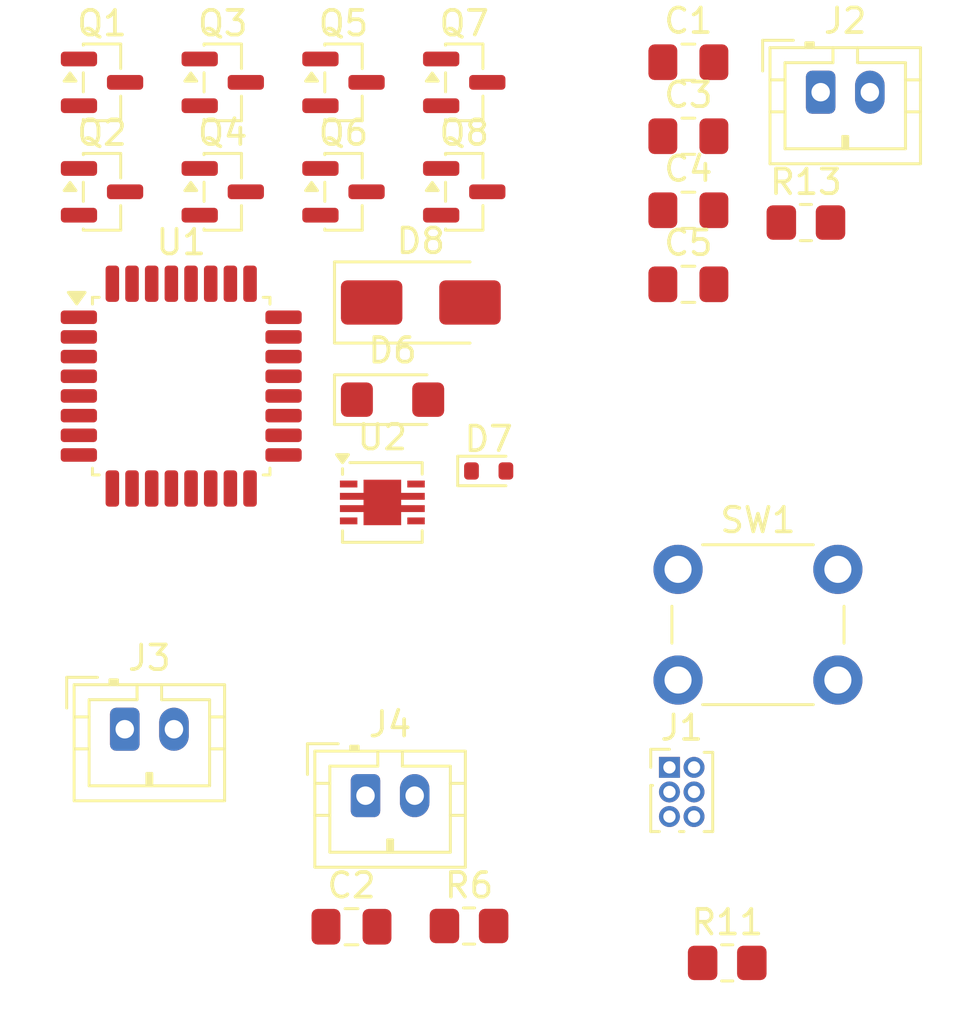
<source format=kicad_pcb>
(kicad_pcb (version 20241229) (generator "pcbnew") (generator_version "9.0")
  (layers (0 "F.Cu" signal) (2 "B.Cu" signal) (13 "F.Paste" user) (15 "B.Paste" user) (5 "F.SilkS" user "F.Silkscreen") (7 "B.SilkS" user "B.Silkscreen") (1 "F.Mask" user) (3 "B.Mask" user) (25 "Edge.Cuts" user))
  (net 0 "")
  (net 1 "+3.3V")
  (net 2 "+12V")
  (net 3 "Net-(D1-K)")
  (net 4 "Net-(Q1-G)")
  (net 5 "Net-(D2-K)")
  (net 6 "Net-(Q2-G)")
  (net 7 "Net-(D3-K)")
  (net 8 "Net-(Q3-G)")
  (net 9 "Net-(D4-K)")
  (net 10 "Net-(Q4-G)")
  (net 11 "Net-(Q5-G)")
  (net 12 "Net-(D5-K)")
  (net 13 "Net-(Q6-G)")
  (net 14 "Net-(D9-K)")
  (net 15 "Net-(D10-K)")
  (net 16 "Net-(Q7-G)")
  (net 17 "Net-(D11-K)")
  (net 18 "Net-(Q8-G)")
  (net 19 "Net-(U1-AREF)")
  (net 20 "/LED2")
  (net 21 "/LED1")
  (net 22 "/MISO")
  (net 24 "/LED4")
  (net 25 "/button2")
  (net 26 "/Headlight_4")
  (net 29 "/Headlight_3")
  (net 30 "/SCL")
  (net 31 "/INT")
  (net 32 "/button1")
  (net 33 "/LED3")
  (net 34 "/MOSI")
  (net 38 "/Headlight_1")
  (net 39 "/SDA")
  (net 42 "/SCK")
  (net 43 "/RESET")
  (net 44 "/Headlight_2")
  (footprint "Capacitor_SMD:C_0805_2012Metric_Pad1.18x1.45mm_HandSolder" (layer "F.Cu") (at 173.42 76.88)
    (property "Reference" "C1" (at 0 -1.68 0) (layer "F.SilkS"))
    (property "Value" "10uF")
    (fp_line (start -0.261252 -0.735) (end 0.261252 -0.735) (stroke (width 0.12)) (layer "F.SilkS"))
    (fp_line (start -0.261252 0.735) (end 0.261252 0.735) (stroke (width 0.12)) (layer "F.SilkS"))
    (pad "1" smd roundrect (at -1.0375 0) (size 1.175 1.45) (layers "F.Cu" "F.Mask" "F.Paste") (roundrect_rratio 0.212766) (net 1 "+3.3V"))
    (pad "2" smd roundrect (at 1.0375 0) (size 1.175 1.45) (layers "F.Cu" "F.Mask" "F.Paste") (roundrect_rratio 0.212766) (net 1 "+3.3V"))
  )
  (footprint "Package_TO_SOT_SMD:SOT-23" (layer "F.Cu") (at 154.485 77.7)
    (property "Reference" "Q3" (at 0 -2.4 0) (layer "F.SilkS"))
    (property "Value" "IRLML2803")
    (fp_line (start -0.76 -1.56) (end 0.76 -1.56) (stroke (width 0.12)) (layer "F.SilkS"))
    (fp_line (start -0.76 -1.51) (end -0.76 -1.56) (stroke (width 0.12)) (layer "F.SilkS"))
    (fp_line (start -0.76 0.39) (end -0.76 -0.39) (stroke (width 0.12)) (layer "F.SilkS"))
    (fp_line (start -0.76 1.56) (end -0.76 1.51) (stroke (width 0.12)) (layer "F.SilkS"))
    (fp_line (start 0.76 -1.56) (end 0.76 -0.56) (stroke (width 0.12)) (layer "F.SilkS"))
    (fp_line (start 0.76 0.56) (end 0.76 1.56) (stroke (width 0.12)) (layer "F.SilkS"))
    (fp_line (start 0.76 1.56) (end -0.76 1.56) (stroke (width 0.12)) (layer "F.SilkS"))
    (fp_poly (pts (xy -1.3 -0.38) (xy -1.06 -0.05) (xy -1.54 -0.05)) (stroke (width 0.12)) (fill yes) (layer "F.SilkS"))
    (pad "1" smd roundrect (at -0.9375 -0.95) (size 1.475 0.6) (layers "F.Cu" "F.Mask" "F.Paste") (net 8 "Net-(Q3-G)"))
    (pad "2" smd roundrect (at -0.9375 0.95) (size 1.475 0.6) (layers "F.Cu" "F.Mask" "F.Paste") (net 1 "+3.3V"))
    (pad "3" smd roundrect (at 0.9375 0) (size 1.475 0.6) (layers "F.Cu" "F.Mask" "F.Paste") (net 7 "Net-(D3-K)"))
  )
  (footprint "Capacitor_SMD:C_0805_2012Metric_Pad1.18x1.45mm_HandSolder" (layer "F.Cu") (at 173.42 82.9)
    (property "Reference" "C4" (at 0 -1.68 0) (layer "F.SilkS"))
    (property "Value" "100u")
    (fp_line (start -0.261252 -0.735) (end 0.261252 -0.735) (stroke (width 0.12)) (layer "F.SilkS"))
    (fp_line (start -0.261252 0.735) (end 0.261252 0.735) (stroke (width 0.12)) (layer "F.SilkS"))
    (pad "1" smd roundrect (at -1.0375 0) (size 1.175 1.45) (layers "F.Cu" "F.Mask" "F.Paste") (roundrect_rratio 0.212766) (net 2 "+12V"))
    (pad "2" smd roundrect (at 1.0375 0) (size 1.175 1.45) (layers "F.Cu" "F.Mask" "F.Paste") (roundrect_rratio 0.212766) (net 1 "+3.3V"))
  )
  (footprint "Package_TO_SOT_SMD:SOT-23" (layer "F.Cu") (at 149.575 82.15)
    (property "Reference" "Q2" (at 0 -2.4 0) (layer "F.SilkS"))
    (property "Value" "IRLML2803")
    (fp_line (start -0.76 -1.56) (end 0.76 -1.56) (stroke (width 0.12)) (layer "F.SilkS"))
    (fp_line (start -0.76 -1.51) (end -0.76 -1.56) (stroke (width 0.12)) (layer "F.SilkS"))
    (fp_line (start -0.76 0.39) (end -0.76 -0.39) (stroke (width 0.12)) (layer "F.SilkS"))
    (fp_line (start -0.76 1.56) (end -0.76 1.51) (stroke (width 0.12)) (layer "F.SilkS"))
    (fp_line (start 0.76 -1.56) (end 0.76 -0.56) (stroke (width 0.12)) (layer "F.SilkS"))
    (fp_line (start 0.76 0.56) (end 0.76 1.56) (stroke (width 0.12)) (layer "F.SilkS"))
    (fp_line (start 0.76 1.56) (end -0.76 1.56) (stroke (width 0.12)) (layer "F.SilkS"))
    (fp_poly (pts (xy -1.3 -0.38) (xy -1.06 -0.05) (xy -1.54 -0.05)) (stroke (width 0.12)) (fill yes) (layer "F.SilkS"))
    (pad "1" smd roundrect (at -0.9375 -0.95) (size 1.475 0.6) (layers "F.Cu" "F.Mask" "F.Paste") (net 6 "Net-(Q2-G)"))
    (pad "2" smd roundrect (at -0.9375 0.95) (size 1.475 0.6) (layers "F.Cu" "F.Mask" "F.Paste") (net 1 "+3.3V"))
    (pad "3" smd roundrect (at 0.9375 0) (size 1.475 0.6) (layers "F.Cu" "F.Mask" "F.Paste") (net 5 "Net-(D2-K)"))
  )
  (footprint "Package_TO_SOT_SMD:SOT-23" (layer "F.Cu") (at 149.575 77.7)
    (property "Reference" "Q1" (at 0 -2.4 0) (layer "F.SilkS"))
    (property "Value" "AO3400A")
    (fp_line (start -0.76 -1.56) (end 0.76 -1.56) (stroke (width 0.12)) (layer "F.SilkS"))
    (fp_line (start -0.76 -1.51) (end -0.76 -1.56) (stroke (width 0.12)) (layer "F.SilkS"))
    (fp_line (start -0.76 0.39) (end -0.76 -0.39) (stroke (width 0.12)) (layer "F.SilkS"))
    (fp_line (start -0.76 1.56) (end -0.76 1.51) (stroke (width 0.12)) (layer "F.SilkS"))
    (fp_line (start 0.76 -1.56) (end 0.76 -0.56) (stroke (width 0.12)) (layer "F.SilkS"))
    (fp_line (start 0.76 0.56) (end 0.76 1.56) (stroke (width 0.12)) (layer "F.SilkS"))
    (fp_line (start 0.76 1.56) (end -0.76 1.56) (stroke (width 0.12)) (layer "F.SilkS"))
    (fp_poly (pts (xy -1.3 -0.38) (xy -1.06 -0.05) (xy -1.54 -0.05)) (stroke (width 0.12)) (fill yes) (layer "F.SilkS"))
    (pad "1" smd roundrect (at -0.9375 -0.95) (size 1.475 0.6) (layers "F.Cu" "F.Mask" "F.Paste") (net 4 "Net-(Q1-G)"))
    (pad "2" smd roundrect (at -0.9375 0.95) (size 1.475 0.6) (layers "F.Cu" "F.Mask" "F.Paste") (net 1 "+3.3V"))
    (pad "3" smd roundrect (at 0.9375 0) (size 1.475 0.6) (layers "F.Cu" "F.Mask" "F.Paste") (net 3 "Net-(D1-K)"))
  )
  (footprint "Capacitor_SMD:C_0805_2012Metric_Pad1.18x1.45mm_HandSolder" (layer "F.Cu") (at 159.72 112.03)
    (property "Reference" "C2" (at 0 -1.68 0) (layer "F.SilkS"))
    (property "Value" "10uF")
    (fp_line (start -0.261252 -0.735) (end 0.261252 -0.735) (stroke (width 0.12)) (layer "F.SilkS"))
    (fp_line (start -0.261252 0.735) (end 0.261252 0.735) (stroke (width 0.12)) (layer "F.SilkS"))
    (pad "1" smd roundrect (at -1.0375 0) (size 1.175 1.45) (layers "F.Cu" "F.Mask" "F.Paste") (roundrect_rratio 0.212766) (net 1 "+3.3V"))
    (pad "2" smd roundrect (at 1.0375 0) (size 1.175 1.45) (layers "F.Cu" "F.Mask" "F.Paste") (roundrect_rratio 0.212766) (net 1 "+3.3V"))
  )
  (footprint "Button_Switch_THT:SW_PUSH_6mm" (layer "F.Cu") (at 173 97.5)
    (property "Reference" "SW1" (at 3.25 -2 0) (layer "F.SilkS"))
    (property "Value" "SW_Push")
    (fp_line (start -0.25 1.5) (end -0.25 3) (stroke (width 0.12)) (layer "F.SilkS"))
    (fp_line (start 1 5.5) (end 5.5 5.5) (stroke (width 0.12)) (layer "F.SilkS"))
    (fp_line (start 5.5 -1) (end 1 -1) (stroke (width 0.12)) (layer "F.SilkS"))
    (fp_line (start 6.75 3) (end 6.75 1.5) (stroke (width 0.12)) (layer "F.SilkS"))
    (pad "1" thru_hole circle (at 0 0 90) (size 2 2) (drill 1.1) (layers "*.Cu" "*.Mask") (net 43 "/RESET"))
    (pad "1" thru_hole circle (at 6.5 0 90) (size 2 2) (drill 1.1) (layers "*.Cu" "*.Mask") (net 43 "/RESET"))
    (pad "2" thru_hole circle (at 0 4.5 90) (size 2 2) (drill 1.1) (layers "*.Cu" "*.Mask") (net 1 "+3.3V"))
    (pad "2" thru_hole circle (at 6.5 4.5 90) (size 2 2) (drill 1.1) (layers "*.Cu" "*.Mask") (net 1 "+3.3V"))
  )
  (footprint "Package_TO_SOT_SMD:SOT-23" (layer "F.Cu") (at 154.485 82.15)
    (property "Reference" "Q4" (at 0 -2.4 0) (layer "F.SilkS"))
    (property "Value" "IRLML2803")
    (fp_line (start -0.76 -1.56) (end 0.76 -1.56) (stroke (width 0.12)) (layer "F.SilkS"))
    (fp_line (start -0.76 -1.51) (end -0.76 -1.56) (stroke (width 0.12)) (layer "F.SilkS"))
    (fp_line (start -0.76 0.39) (end -0.76 -0.39) (stroke (width 0.12)) (layer "F.SilkS"))
    (fp_line (start -0.76 1.56) (end -0.76 1.51) (stroke (width 0.12)) (layer "F.SilkS"))
    (fp_line (start 0.76 -1.56) (end 0.76 -0.56) (stroke (width 0.12)) (layer "F.SilkS"))
    (fp_line (start 0.76 0.56) (end 0.76 1.56) (stroke (width 0.12)) (layer "F.SilkS"))
    (fp_line (start 0.76 1.56) (end -0.76 1.56) (stroke (width 0.12)) (layer "F.SilkS"))
    (fp_poly (pts (xy -1.3 -0.38) (xy -1.06 -0.05) (xy -1.54 -0.05)) (stroke (width 0.12)) (fill yes) (layer "F.SilkS"))
    (pad "1" smd roundrect (at -0.9375 -0.95) (size 1.475 0.6) (layers "F.Cu" "F.Mask" "F.Paste") (net 10 "Net-(Q4-G)"))
    (pad "2" smd roundrect (at -0.9375 0.95) (size 1.475 0.6) (layers "F.Cu" "F.Mask" "F.Paste") (net 1 "+3.3V"))
    (pad "3" smd roundrect (at 0.9375 0) (size 1.475 0.6) (layers "F.Cu" "F.Mask" "F.Paste") (net 9 "Net-(D4-K)"))
  )
  (footprint "Resistor_SMD:R_0805_2012Metric_Pad1.20x1.40mm_HandSolder" (layer "F.Cu") (at 178.2 83.4)
    (property "Reference" "R13" (at 0 -1.65 0) (layer "F.SilkS"))
    (property "Value" "100")
    (fp_line (start -0.227064 -0.735) (end 0.227064 -0.735) (stroke (width 0.12)) (layer "F.SilkS"))
    (fp_line (start -0.227064 0.735) (end 0.227064 0.735) (stroke (width 0.12)) (layer "F.SilkS"))
    (pad "1" smd roundrect (at -1 0) (size 1.2 1.4) (layers "F.Cu" "F.Mask" "F.Paste") (roundrect_rratio 0.208333) (net 26 "/Headlight_4"))
    (pad "2" smd roundrect (at 1 0) (size 1.2 1.4) (layers "F.Cu" "F.Mask" "F.Paste") (roundrect_rratio 0.208333) (net 18 "Net-(Q8-G)"))
  )
  (footprint "Diode_SMD:D_SOD-523" (layer "F.Cu") (at 165.3 93.5)
    (property "Reference" "D7" (at 0 -1.3 0) (layer "F.SilkS"))
    (property "Value" "ESD5Zxx")
    (fp_line (start -1.26 -0.6) (end -1.26 0.6) (stroke (width 0.12)) (layer "F.SilkS"))
    (fp_line (start 0.7 -0.6) (end -1.26 -0.6) (stroke (width 0.12)) (layer "F.SilkS"))
    (fp_line (start 0.7 0.6) (end -1.26 0.6) (stroke (width 0.12)) (layer "F.SilkS"))
    (pad "1" smd roundrect (at -0.7 0 180) (size 0.6 0.7) (layers "F.Cu" "F.Mask" "F.Paste") (net 2 "+12V"))
    (pad "2" smd roundrect (at 0.7 0 180) (size 0.6 0.7) (layers "F.Cu" "F.Mask" "F.Paste") (net 1 "+3.3V"))
  )
  (footprint "Package_TO_SOT_SMD:SOT-23" (layer "F.Cu") (at 164.305 82.15)
    (property "Reference" "Q8" (at 0 -2.4 0) (layer "F.SilkS"))
    (property "Value" "AO3400A")
    (fp_line (start -0.76 -1.56) (end 0.76 -1.56) (stroke (width 0.12)) (layer "F.SilkS"))
    (fp_line (start -0.76 -1.51) (end -0.76 -1.56) (stroke (width 0.12)) (layer "F.SilkS"))
    (fp_line (start -0.76 0.39) (end -0.76 -0.39) (stroke (width 0.12)) (layer "F.SilkS"))
    (fp_line (start -0.76 1.56) (end -0.76 1.51) (stroke (width 0.12)) (layer "F.SilkS"))
    (fp_line (start 0.76 -1.56) (end 0.76 -0.56) (stroke (width 0.12)) (layer "F.SilkS"))
    (fp_line (start 0.76 0.56) (end 0.76 1.56) (stroke (width 0.12)) (layer "F.SilkS"))
    (fp_line (start 0.76 1.56) (end -0.76 1.56) (stroke (width 0.12)) (layer "F.SilkS"))
    (fp_poly (pts (xy -1.3 -0.38) (xy -1.06 -0.05) (xy -1.54 -0.05)) (stroke (width 0.12)) (fill yes) (layer "F.SilkS"))
    (pad "1" smd roundrect (at -0.9375 -0.95) (size 1.475 0.6) (layers "F.Cu" "F.Mask" "F.Paste") (net 18 "Net-(Q8-G)"))
    (pad "2" smd roundrect (at -0.9375 0.95) (size 1.475 0.6) (layers "F.Cu" "F.Mask" "F.Paste") (net 1 "+3.3V"))
    (pad "3" smd roundrect (at 0.9375 0) (size 1.475 0.6) (layers "F.Cu" "F.Mask" "F.Paste") (net 17 "Net-(D11-K)"))
  )
  (footprint "Connector_JST:JST_PH_B2B-PH-K_1x02_P2.00mm_Vertical" (layer "F.Cu") (at 160.29 106.7)
    (property "Reference" "J4" (at 1 -2.9 0) (layer "F.SilkS"))
    (property "Value" "Conn_01x02")
    (fp_line (start -2.36 -2.11) (end -2.36 -0.86) (stroke (width 0.12)) (layer "F.SilkS"))
    (fp_line (start -2.06 -1.81) (end -2.06 2.91) (stroke (width 0.12)) (layer "F.SilkS"))
    (fp_line (start -2.06 -0.5) (end -1.45 -0.5) (stroke (width 0.12)) (layer "F.SilkS"))
    (fp_line (start -2.06 0.8) (end -1.45 0.8) (stroke (width 0.12)) (layer "F.SilkS"))
    (fp_line (start -2.06 2.91) (end 4.06 2.91) (stroke (width 0.12)) (layer "F.SilkS"))
    (fp_line (start -1.45 -1.2) (end -1.45 2.3) (stroke (width 0.12)) (layer "F.SilkS"))
    (fp_line (start -1.45 2.3) (end 3.45 2.3) (stroke (width 0.12)) (layer "F.SilkS"))
    (fp_line (start -1.11 -2.11) (end -2.36 -2.11) (stroke (width 0.12)) (layer "F.SilkS"))
    (fp_line (start -0.6 -2.01) (end -0.6 -1.81) (stroke (width 0.12)) (layer "F.SilkS"))
    (fp_line (start -0.3 -2.01) (end -0.6 -2.01) (stroke (width 0.12)) (layer "F.SilkS"))
    (fp_line (start -0.3 -1.91) (end -0.6 -1.91) (stroke (width 0.12)) (layer "F.SilkS"))
    (fp_line (start -0.3 -1.81) (end -0.3 -2.01) (stroke (width 0.12)) (layer "F.SilkS"))
    (fp_line (start 0.5 -1.81) (end 0.5 -1.2) (stroke (width 0.12)) (layer "F.SilkS"))
    (fp_line (start 0.5 -1.2) (end -1.45 -1.2) (stroke (width 0.12)) (layer "F.SilkS"))
    (fp_line (start 0.9 1.8) (end 1.1 1.8) (stroke (width 0.12)) (layer "F.SilkS"))
    (fp_line (start 0.9 2.3) (end 0.9 1.8) (stroke (width 0.12)) (layer "F.SilkS"))
    (fp_line (start 1 2.3) (end 1 1.8) (stroke (width 0.12)) (layer "F.SilkS"))
    (fp_line (start 1.1 1.8) (end 1.1 2.3) (stroke (width 0.12)) (layer "F.SilkS"))
    (fp_line (start 1.5 -1.2) (end 1.5 -1.81) (stroke (width 0.12)) (layer "F.SilkS"))
    (fp_line (start 3.45 -1.2) (end 1.5 -1.2) (stroke (width 0.12)) (layer "F.SilkS"))
    (fp_line (start 3.45 2.3) (end 3.45 -1.2) (stroke (width 0.12)) (layer "F.SilkS"))
    (fp_line (start 4.06 -1.81) (end -2.06 -1.81) (stroke (width 0.12)) (layer "F.SilkS"))
    (fp_line (start 4.06 -0.5) (end 3.45 -0.5) (stroke (width 0.12)) (layer "F.SilkS"))
    (fp_line (start 4.06 0.8) (end 3.45 0.8) (stroke (width 0.12)) (layer "F.SilkS"))
    (fp_line (start 4.06 2.91) (end 4.06 -1.81) (stroke (width 0.12)) (layer "F.SilkS"))
    (pad "1" thru_hole roundrect (at 0 0) (size 1.2 1.75) (drill 0.75) (layers "*.Cu" "*.Mask") (roundrect_rratio 0.208333) (net 1 "+3.3V"))
    (pad "2" thru_hole oval (at 2 0) (size 1.2 1.75) (drill 0.75) (layers "*.Cu" "*.Mask") (net 1 "+3.3V"))
  )
  (footprint "Package_CSP:Analog_LFCSP-8-1EP_3x3mm_P0.5mm_EP1.53x1.85mm" (layer "F.Cu") (at 160.975 94.78)
    (property "Reference" "U2" (at 0 -2.65 0) (layer "F.SilkS"))
    (property "Value" "ADXL345")
    (fp_line (start -1.62 -1.14) (end -1.62 -1.375) (stroke (width 0.12)) (layer "F.SilkS"))
    (fp_line (start -1.62 1.62) (end -1.62 1.15) (stroke (width 0.12)) (layer "F.SilkS"))
    (fp_line (start 1.62 -1.62) (end -1.32 -1.62) (stroke (width 0.12)) (layer "F.SilkS"))
    (fp_line (start 1.62 -1.62) (end 1.62 -1.15) (stroke (width 0.12)) (layer "F.SilkS"))
    (fp_line (start 1.62 1.15) (end 1.62 1.62) (stroke (width 0.12)) (layer "F.SilkS"))
    (fp_line (start 1.62 1.62) (end -1.62 1.62) (stroke (width 0.12)) (layer "F.SilkS"))
    (fp_poly (pts (xy -1.62 -1.615) (xy -1.86 -1.945) (xy -1.38 -1.945) (xy -1.62 -1.615)) (stroke (width 0.12)) (fill yes) (layer "F.SilkS"))
    (pad "1" smd rect (at -1.37 -0.75) (size 0.71 0.28) (layers "F.Cu" "F.Mask" "F.Paste") (net 1 "+3.3V"))
    (pad "2" smd rect (at 0 -0.25) (size 3.45 0.28) (layers "F.Cu") (net 1 "+3.3V"))
    (pad "2" smd rect (at 0 0) (size 1.53 1.85) (layers "F.Cu" "F.Mask") (net 1 "+3.3V"))
    (pad "2" smd rect (at 0 0.25) (size 3.45 0.28) (layers "F.Cu") (net 1 "+3.3V"))
    (pad "4" smd rect (at -1.37 0.75) (size 0.71 0.28) (layers "F.Cu" "F.Mask" "F.Paste") (net 1 "+3.3V"))
    (pad "5" smd rect (at 1.37 0.75) (size 0.71 0.28) (layers "F.Cu" "F.Mask" "F.Paste") (net 1 "+3.3V"))
    (pad "8" smd rect (at 1.37 -0.75) (size 0.71 0.28) (layers "F.Cu" "F.Mask" "F.Paste") (net 31 "/INT"))
  )
  (footprint "Connector_PinHeader_1.00mm:PinHeader_2x03_P1.00mm_Vertical" (layer "F.Cu") (at 172.65 105.55)
    (property "Reference" "J1" (at 0.5 -1.61 0) (layer "F.SilkS"))
    (property "Value" "AVR-ISP-6")
    (fp_line (start -0.76 -0.735) (end 0 -0.735) (stroke (width 0.12)) (layer "F.SilkS"))
    (fp_line (start -0.76 0) (end -0.76 -0.735) (stroke (width 0.12)) (layer "F.SilkS"))
    (fp_line (start -0.76 0.735) (end -0.76 2.61) (stroke (width 0.12)) (layer "F.SilkS"))
    (fp_line (start -0.76 0.735) (end -0.685565 0.735) (stroke (width 0.12)) (layer "F.SilkS"))
    (fp_line (start -0.76 2.61) (end -0.41003 2.61) (stroke (width 0.12)) (layer "F.SilkS"))
    (fp_line (start 0.41003 2.61) (end 0.58997 2.61) (stroke (width 0.12)) (layer "F.SilkS"))
    (fp_line (start 1.41003 -0.61) (end 1.76 -0.61) (stroke (width 0.12)) (layer "F.SilkS"))
    (fp_line (start 1.41003 2.61) (end 1.76 2.61) (stroke (width 0.12)) (layer "F.SilkS"))
    (fp_line (start 1.76 -0.61) (end 1.76 2.61) (stroke (width 0.12)) (layer "F.SilkS"))
    (pad "1" thru_hole rect (at 0 0) (size 0.85 0.85) (drill 0.5) (layers "*.Cu" "*.Mask") (net 22 "/MISO"))
    (pad "2" thru_hole circle (at 1 0) (size 0.85 0.85) (drill 0.5) (layers "*.Cu" "*.Mask") (net 1 "+3.3V"))
    (pad "3" thru_hole circle (at 0 1) (size 0.85 0.85) (drill 0.5) (layers "*.Cu" "*.Mask") (net 42 "/SCK"))
    (pad "4" thru_hole circle (at 1 1) (size 0.85 0.85) (drill 0.5) (layers "*.Cu" "*.Mask") (net 34 "/MOSI"))
    (pad "5" thru_hole circle (at 0 2) (size 0.85 0.85) (drill 0.5) (layers "*.Cu" "*.Mask") (net 43 "/RESET"))
    (pad "6" thru_hole circle (at 1 2) (size 0.85 0.85) (drill 0.5) (layers "*.Cu" "*.Mask") (net 1 "+3.3V"))
  )
  (footprint "Capacitor_SMD:C_0805_2012Metric_Pad1.18x1.45mm_HandSolder" (layer "F.Cu") (at 173.42 85.91)
    (property "Reference" "C5" (at 0 -1.68 0) (layer "F.SilkS"))
    (property "Value" "10u")
    (fp_line (start -0.261252 -0.735) (end 0.261252 -0.735) (stroke (width 0.12)) (layer "F.SilkS"))
    (fp_line (start -0.261252 0.735) (end 0.261252 0.735) (stroke (width 0.12)) (layer "F.SilkS"))
    (pad "1" smd roundrect (at -1.0375 0) (size 1.175 1.45) (layers "F.Cu" "F.Mask" "F.Paste") (roundrect_rratio 0.212766) (net 1 "+3.3V"))
    (pad "2" smd roundrect (at 1.0375 0) (size 1.175 1.45) (layers "F.Cu" "F.Mask" "F.Paste") (roundrect_rratio 0.212766) (net 1 "+3.3V"))
  )
  (footprint "Package_TO_SOT_SMD:SOT-23" (layer "F.Cu") (at 164.305 77.7)
    (property "Reference" "Q7" (at 0 -2.4 0) (layer "F.SilkS"))
    (property "Value" "AO3400A")
    (fp_line (start -0.76 -1.56) (end 0.76 -1.56) (stroke (width 0.12)) (layer "F.SilkS"))
    (fp_line (start -0.76 -1.51) (end -0.76 -1.56) (stroke (width 0.12)) (layer "F.SilkS"))
    (fp_line (start -0.76 0.39) (end -0.76 -0.39) (stroke (width 0.12)) (layer "F.SilkS"))
    (fp_line (start -0.76 1.56) (end -0.76 1.51) (stroke (width 0.12)) (layer "F.SilkS"))
    (fp_line (start 0.76 -1.56) (end 0.76 -0.56) (stroke (width 0.12)) (layer "F.SilkS"))
    (fp_line (start 0.76 0.56) (end 0.76 1.56) (stroke (width 0.12)) (layer "F.SilkS"))
    (fp_line (start 0.76 1.56) (end -0.76 1.56) (stroke (width 0.12)) (layer "F.SilkS"))
    (fp_poly (pts (xy -1.3 -0.38) (xy -1.06 -0.05) (xy -1.54 -0.05)) (stroke (width 0.12)) (fill yes) (layer "F.SilkS"))
    (pad "1" smd roundrect (at -0.9375 -0.95) (size 1.475 0.6) (layers "F.Cu" "F.Mask" "F.Paste") (net 16 "Net-(Q7-G)"))
    (pad "2" smd roundrect (at -0.9375 0.95) (size 1.475 0.6) (layers "F.Cu" "F.Mask" "F.Paste") (net 1 "+3.3V"))
    (pad "3" smd roundrect (at 0.9375 0) (size 1.475 0.6) (layers "F.Cu" "F.Mask" "F.Paste") (net 15 "Net-(D10-K)"))
  )
  (footprint "Diode_SMD:D_SMF" (layer "F.Cu") (at 161.39 90.6)
    (property "Reference" "D6" (at 0 -2 0) (layer "F.SilkS"))
    (property "Value" "SMF5V0A")
    (fp_line (start -2.36 -1.01) (end -2.36 1.01) (stroke (width 0.12)) (layer "F.SilkS"))
    (fp_line (start -2.36 -1.01) (end 1.4 -1.01) (stroke (width 0.12)) (layer "F.SilkS"))
    (fp_line (start -2.36 1.01) (end 1.4 1.01) (stroke (width 0.12)) (layer "F.SilkS"))
    (pad "1" smd roundrect (at -1.45 0) (size 1.3 1.4) (layers "F.Cu" "F.Mask" "F.Paste") (roundrect_rratio 0.1923076923) (net 1 "+3.3V"))
    (pad "2" smd roundrect (at 1.45 0) (size 1.3 1.4) (layers "F.Cu" "F.Mask" "F.Paste") (roundrect_rratio 0.1923076923) (net 2 "+12V"))
  )
  (footprint "Diode_SMD:D_SMA" (layer "F.Cu") (at 162.54 86.65)
    (property "Reference" "D8" (at 0 -2.5 0) (layer "F.SilkS"))
    (property "Value" "SMAJ15A")
    (fp_line (start -3.51 -1.65) (end -3.51 1.65) (stroke (width 0.12)) (layer "F.SilkS"))
    (fp_line (start -3.51 -1.65) (end 2 -1.65) (stroke (width 0.12)) (layer "F.SilkS"))
    (fp_line (start -3.51 1.65) (end 2 1.65) (stroke (width 0.12)) (layer "F.SilkS"))
    (pad "1" smd roundrect (at -2 0) (size 2.5 1.8) (layers "F.Cu" "F.Mask" "F.Paste") (roundrect_rratio 0.1388888889) (net 2 "+12V"))
    (pad "2" smd roundrect (at 2 0) (size 2.5 1.8) (layers "F.Cu" "F.Mask" "F.Paste") (roundrect_rratio 0.1388888889) (net 1 "+3.3V"))
  )
  (footprint "Resistor_SMD:R_0805_2012Metric_Pad1.20x1.40mm_HandSolder" (layer "F.Cu") (at 164.5 112)
    (property "Reference" "R6" (at 0 -1.65 0) (layer "F.SilkS"))
    (property "Value" "10K")
    (fp_line (start -0.227064 -0.735) (end 0.227064 -0.735) (stroke (width 0.12)) (layer "F.SilkS"))
    (fp_line (start -0.227064 0.735) (end 0.227064 0.735) (stroke (width 0.12)) (layer "F.SilkS"))
    (pad "1" smd roundrect (at -1 0) (size 1.2 1.4) (layers "F.Cu" "F.Mask" "F.Paste") (roundrect_rratio 0.208333) (net 43 "/RESET"))
    (pad "2" smd roundrect (at 1 0) (size 1.2 1.4) (layers "F.Cu" "F.Mask" "F.Paste") (roundrect_rratio 0.208333) (net 1 "+3.3V"))
  )
  (footprint "Package_TO_SOT_SMD:SOT-23" (layer "F.Cu") (at 159.395 82.15)
    (property "Reference" "Q6" (at 0 -2.4 0) (layer "F.SilkS"))
    (property "Value" "AO3400A")
    (fp_line (start -0.76 -1.56) (end 0.76 -1.56) (stroke (width 0.12)) (layer "F.SilkS"))
    (fp_line (start -0.76 -1.51) (end -0.76 -1.56) (stroke (width 0.12)) (layer "F.SilkS"))
    (fp_line (start -0.76 0.39) (end -0.76 -0.39) (stroke (width 0.12)) (layer "F.SilkS"))
    (fp_line (start -0.76 1.56) (end -0.76 1.51) (stroke (width 0.12)) (layer "F.SilkS"))
    (fp_line (start 0.76 -1.56) (end 0.76 -0.56) (stroke (width 0.12)) (layer "F.SilkS"))
    (fp_line (start 0.76 0.56) (end 0.76 1.56) (stroke (width 0.12)) (layer "F.SilkS"))
    (fp_line (start 0.76 1.56) (end -0.76 1.56) (stroke (width 0.12)) (layer "F.SilkS"))
    (fp_poly (pts (xy -1.3 -0.38) (xy -1.06 -0.05) (xy -1.54 -0.05)) (stroke (width 0.12)) (fill yes) (layer "F.SilkS"))
    (pad "1" smd roundrect (at -0.9375 -0.95) (size 1.475 0.6) (layers "F.Cu" "F.Mask" "F.Paste") (net 13 "Net-(Q6-G)"))
    (pad "2" smd roundrect (at -0.9375 0.95) (size 1.475 0.6) (layers "F.Cu" "F.Mask" "F.Paste") (net 1 "+3.3V"))
    (pad "3" smd roundrect (at 0.9375 0) (size 1.475 0.6) (layers "F.Cu" "F.Mask" "F.Paste") (net 14 "Net-(D9-K)"))
  )
  (footprint "Package_QFP:TQFP-32_7x7mm_P0.8mm" (layer "F.Cu") (at 152.795 90.05)
    (property "Reference" "U1" (at 0 -5.85 0) (layer "F.SilkS"))
    (property "Value" "ATmega328P-A")
    (fp_line (start -3.61 -3.61) (end -3.335 -3.61) (stroke (width 0.12)) (layer "F.SilkS"))
    (fp_line (start -3.61 -3.335) (end -3.61 -3.61) (stroke (width 0.12)) (layer "F.SilkS"))
    (fp_line (start -3.61 3.61) (end -3.61 3.335) (stroke (width 0.12)) (layer "F.SilkS"))
    (fp_line (start -3.335 3.61) (end -3.61 3.61) (stroke (width 0.12)) (layer "F.SilkS"))
    (fp_line (start 3.335 -3.61) (end 3.61 -3.61) (stroke (width 0.12)) (layer "F.SilkS"))
    (fp_line (start 3.61 -3.61) (end 3.61 -3.335) (stroke (width 0.12)) (layer "F.SilkS"))
    (fp_line (start 3.61 3.335) (end 3.61 3.61) (stroke (width 0.12)) (layer "F.SilkS"))
    (fp_line (start 3.61 3.61) (end 3.335 3.61) (stroke (width 0.12)) (layer "F.SilkS"))
    (fp_poly (pts (xy -4.25 -3.34) (xy -4.59 -3.81) (xy -3.91 -3.81)) (stroke (width 0.12)) (fill yes) (layer "F.SilkS"))
    (pad "1" smd roundrect (at -4.1625 -2.8) (size 1.475 0.55) (layers "F.Cu" "F.Mask" "F.Paste") (net 21 "/LED1"))
    (pad "2" smd roundrect (at -4.1625 -2) (size 1.475 0.55) (layers "F.Cu" "F.Mask" "F.Paste") (net 20 "/LED2"))
    (pad "3" smd roundrect (at -4.1625 -1.2) (size 1.475 0.55) (layers "F.Cu" "F.Mask" "F.Paste") (net 1 "+3.3V"))
    (pad "4" smd roundrect (at -4.1625 -0.4) (size 1.475 0.55) (layers "F.Cu" "F.Mask" "F.Paste") (net 1 "+3.3V"))
    (pad "5" smd roundrect (at -4.1625 0.4) (size 1.475 0.55) (layers "F.Cu" "F.Mask" "F.Paste") (net 1 "+3.3V"))
    (pad "6" smd roundrect (at -4.1625 1.2) (size 1.475 0.55) (layers "F.Cu" "F.Mask" "F.Paste") (net 1 "+3.3V"))
    (pad "7" smd roundrect (at -4.1625 2) (size 1.475 0.55) (layers "F.Cu" "F.Mask" "F.Paste"))
    (pad "8" smd roundrect (at -4.1625 2.8) (size 1.475 0.55) (layers "F.Cu" "F.Mask" "F.Paste"))
    (pad "9" smd roundrect (at -2.8 4.1625) (size 0.55 1.475) (layers "F.Cu" "F.Mask" "F.Paste") (net 33 "/LED3"))
    (pad "10" smd roundrect (at -2 4.1625) (size 0.55 1.475) (layers "F.Cu" "F.Mask" "F.Paste") (net 24 "/LED4"))
    (pad "11" smd roundrect (at -1.2 4.1625) (size 0.55 1.475) (layers "F.Cu" "F.Mask" "F.Paste") (net 32 "/button1"))
    (pad "12" smd roundrect (at -0.4 4.1625) (size 0.55 1.475) (layers "F.Cu" "F.Mask" "F.Paste"))
    (pad "13" smd roundrect (at 0.4 4.1625) (size 0.55 1.475) (layers "F.Cu" "F.Mask" "F.Paste") (net 25 "/button2"))
    (pad "14" smd roundrect (at 1.2 4.1625) (size 0.55 1.475) (layers "F.Cu" "F.Mask" "F.Paste"))
    (pad "15" smd roundrect (at 2 4.1625) (size 0.55 1.475) (layers "F.Cu" "F.Mask" "F.Paste") (net 34 "/MOSI"))
    (pad "16" smd roundrect (at 2.8 4.1625) (size 0.55 1.475) (layers "F.Cu" "F.Mask" "F.Paste") (net 22 "/MISO"))
    (pad "17" smd roundrect (at 4.1625 2.8) (size 1.475 0.55) (layers "F.Cu" "F.Mask" "F.Paste") (net 42 "/SCK"))
    (pad "18" smd roundrect (at 4.1625 2) (size 1.475 0.55) (layers "F.Cu" "F.Mask" "F.Paste") (net 1 "+3.3V"))
    (pad "19" smd roundrect (at 4.1625 1.2) (size 1.475 0.55) (layers "F.Cu" "F.Mask" "F.Paste"))
    (pad "20" smd roundrect (at 4.1625 0.4) (size 1.475 0.55) (layers "F.Cu" "F.Mask" "F.Paste") (net 19 "Net-(U1-AREF)"))
    (pad "21" smd roundrect (at 4.1625 -0.4) (size 1.475 0.55) (layers "F.Cu" "F.Mask" "F.Paste") (net 1 "+3.3V"))
    (pad "22" smd roundrect (at 4.1625 -1.2) (size 1.475 0.55) (layers "F.Cu" "F.Mask" "F.Paste"))
    (pad "23" smd roundrect (at 4.1625 -2) (size 1.475 0.55) (layers "F.Cu" "F.Mask" "F.Paste") (net 38 "/Headlight_1"))
    (pad "24" smd roundrect (at 4.1625 -2.8) (size 1.475 0.55) (layers "F.Cu" "F.Mask" "F.Paste") (net 44 "/Headlight_2"))
    (pad "25" smd roundrect (at 2.8 -4.1625) (size 0.55 1.475) (layers "F.Cu" "F.Mask" "F.Paste") (net 29 "/Headlight_3"))
    (pad "26" smd roundrect (at 2 -4.1625) (size 0.55 1.475) (layers "F.Cu" "F.Mask" "F.Paste") (net 26 "/Headlight_4"))
    (pad "27" smd roundrect (at 1.2 -4.1625) (size 0.55 1.475) (layers "F.Cu" "F.Mask" "F.Paste") (net 39 "/SDA"))
    (pad "28" smd roundrect (at 0.4 -4.1625) (size 0.55 1.475) (layers "F.Cu" "F.Mask" "F.Paste") (net 30 "/SCL"))
    (pad "29" smd roundrect (at -0.4 -4.1625) (size 0.55 1.475) (layers "F.Cu" "F.Mask" "F.Paste") (net 43 "/RESET"))
    (pad "30" smd roundrect (at -1.2 -4.1625) (size 0.55 1.475) (layers "F.Cu" "F.Mask" "F.Paste"))
    (pad "31" smd roundrect (at -2 -4.1625) (size 0.55 1.475) (layers "F.Cu" "F.Mask" "F.Paste"))
    (pad "32" smd roundrect (at -2.8 -4.1625) (size 0.55 1.475) (layers "F.Cu" "F.Mask" "F.Paste") (net 31 "/INT"))
  )
  (footprint "Connector_JST:JST_PH_B2B-PH-K_1x02_P2.00mm_Vertical" (layer "F.Cu") (at 150.5 104)
    (property "Reference" "J3" (at 1 -2.9 0) (layer "F.SilkS"))
    (property "Value" "Conn_01x02")
    (fp_line (start -2.36 -2.11) (end -2.36 -0.86) (stroke (width 0.12)) (layer "F.SilkS"))
    (fp_line (start -2.06 -1.81) (end -2.06 2.91) (stroke (width 0.12)) (layer "F.SilkS"))
    (fp_line (start -2.06 -0.5) (end -1.45 -0.5) (stroke (width 0.12)) (layer "F.SilkS"))
    (fp_line (start -2.06 0.8) (end -1.45 0.8) (stroke (width 0.12)) (layer "F.SilkS"))
    (fp_line (start -2.06 2.91) (end 4.06 2.91) (stroke (width 0.12)) (layer "F.SilkS"))
    (fp_line (start -1.45 -1.2) (end -1.45 2.3) (stroke (width 0.12)) (layer "F.SilkS"))
    (fp_line (start -1.45 2.3) (end 3.45 2.3) (stroke (width 0.12)) (layer "F.SilkS"))
    (fp_line (start -1.11 -2.11) (end -2.36 -2.11) (stroke (width 0.12)) (layer "F.SilkS"))
    (fp_line (start -0.6 -2.01) (end -0.6 -1.81) (stroke (width 0.12)) (layer "F.SilkS"))
    (fp_line (start -0.3 -2.01) (end -0.6 -2.01) (stroke (width 0.12)) (layer "F.SilkS"))
    (fp_line (start -0.3 -1.91) (end -0.6 -1.91) (stroke (width 0.12)) (layer "F.SilkS"))
    (fp_line (start -0.3 -1.81) (end -0.3 -2.01) (stroke (width 0.12)) (layer "F.SilkS"))
    (fp_line (start 0.5 -1.81) (end 0.5 -1.2) (stroke (width 0.12)) (layer "F.SilkS"))
    (fp_line (start 0.5 -1.2) (end -1.45 -1.2) (stroke (width 0.12)) (layer "F.SilkS"))
    (fp_line (start 0.9 1.8) (end 1.1 1.8) (stroke (width 0.12)) (layer "F.SilkS"))
    (fp_line (start 0.9 2.3) (end 0.9 1.8) (stroke (width 0.12)) (layer "F.SilkS"))
    (fp_line (start 1 2.3) (end 1 1.8) (stroke (width 0.12)) (layer "F.SilkS"))
    (fp_line (start 1.1 1.8) (end 1.1 2.3) (stroke (width 0.12)) (layer "F.SilkS"))
    (fp_line (start 1.5 -1.2) (end 1.5 -1.81) (stroke (width 0.12)) (layer "F.SilkS"))
    (fp_line (start 3.45 -1.2) (end 1.5 -1.2) (stroke (width 0.12)) (layer "F.SilkS"))
    (fp_line (start 3.45 2.3) (end 3.45 -1.2) (stroke (width 0.12)) (layer "F.SilkS"))
    (fp_line (start 4.06 -1.81) (end -2.06 -1.81) (stroke (width 0.12)) (layer "F.SilkS"))
    (fp_line (start 4.06 -0.5) (end 3.45 -0.5) (stroke (width 0.12)) (layer "F.SilkS"))
    (fp_line (start 4.06 0.8) (end 3.45 0.8) (stroke (width 0.12)) (layer "F.SilkS"))
    (fp_line (start 4.06 2.91) (end 4.06 -1.81) (stroke (width 0.12)) (layer "F.SilkS"))
    (pad "1" thru_hole roundrect (at 0 0) (size 1.2 1.75) (drill 0.75) (layers "*.Cu" "*.Mask") (roundrect_rratio 0.208333) (net 2 "+12V"))
    (pad "2" thru_hole oval (at 2 0) (size 1.2 1.75) (drill 0.75) (layers "*.Cu" "*.Mask") (net 1 "+3.3V"))
  )
  (footprint "Connector_JST:JST_PH_B2B-PH-K_1x02_P2.00mm_Vertical" (layer "F.Cu") (at 178.8 78.1)
    (property "Reference" "J2" (at 1 -2.9 0) (layer "F.SilkS"))
    (property "Value" "Conn_01x02")
    (fp_line (start -2.36 -2.11) (end -2.36 -0.86) (stroke (width 0.12)) (layer "F.SilkS"))
    (fp_line (start -2.06 -1.81) (end -2.06 2.91) (stroke (width 0.12)) (layer "F.SilkS"))
    (fp_line (start -2.06 -0.5) (end -1.45 -0.5) (stroke (width 0.12)) (layer "F.SilkS"))
    (fp_line (start -2.06 0.8) (end -1.45 0.8) (stroke (width 0.12)) (layer "F.SilkS"))
    (fp_line (start -2.06 2.91) (end 4.06 2.91) (stroke (width 0.12)) (layer "F.SilkS"))
    (fp_line (start -1.45 -1.2) (end -1.45 2.3) (stroke (width 0.12)) (layer "F.SilkS"))
    (fp_line (start -1.45 2.3) (end 3.45 2.3) (stroke (width 0.12)) (layer "F.SilkS"))
    (fp_line (start -1.11 -2.11) (end -2.36 -2.11) (stroke (width 0.12)) (layer "F.SilkS"))
    (fp_line (start -0.6 -2.01) (end -0.6 -1.81) (stroke (width 0.12)) (layer "F.SilkS"))
    (fp_line (start -0.3 -2.01) (end -0.6 -2.01) (stroke (width 0.12)) (layer "F.SilkS"))
    (fp_line (start -0.3 -1.91) (end -0.6 -1.91) (stroke (width 0.12)) (layer "F.SilkS"))
    (fp_line (start -0.3 -1.81) (end -0.3 -2.01) (stroke (width 0.12)) (layer "F.SilkS"))
    (fp_line (start 0.5 -1.81) (end 0.5 -1.2) (stroke (width 0.12)) (layer "F.SilkS"))
    (fp_line (start 0.5 -1.2) (end -1.45 -1.2) (stroke (width 0.12)) (layer "F.SilkS"))
    (fp_line (start 0.9 1.8) (end 1.1 1.8) (stroke (width 0.12)) (layer "F.SilkS"))
    (fp_line (start 0.9 2.3) (end 0.9 1.8) (stroke (width 0.12)) (layer "F.SilkS"))
    (fp_line (start 1 2.3) (end 1 1.8) (stroke (width 0.12)) (layer "F.SilkS"))
    (fp_line (start 1.1 1.8) (end 1.1 2.3) (stroke (width 0.12)) (layer "F.SilkS"))
    (fp_line (start 1.5 -1.2) (end 1.5 -1.81) (stroke (width 0.12)) (layer "F.SilkS"))
    (fp_line (start 3.45 -1.2) (end 1.5 -1.2) (stroke (width 0.12)) (layer "F.SilkS"))
    (fp_line (start 3.45 2.3) (end 3.45 -1.2) (stroke (width 0.12)) (layer "F.SilkS"))
    (fp_line (start 4.06 -1.81) (end -2.06 -1.81) (stroke (width 0.12)) (layer "F.SilkS"))
    (fp_line (start 4.06 -0.5) (end 3.45 -0.5) (stroke (width 0.12)) (layer "F.SilkS"))
    (fp_line (start 4.06 0.8) (end 3.45 0.8) (stroke (width 0.12)) (layer "F.SilkS"))
    (fp_line (start 4.06 2.91) (end 4.06 -1.81) (stroke (width 0.12)) (layer "F.SilkS"))
    (pad "1" thru_hole roundrect (at 0 0) (size 1.2 1.75) (drill 0.75) (layers "*.Cu" "*.Mask") (roundrect_rratio 0.208333) (net 2 "+12V"))
    (pad "2" thru_hole oval (at 2 0) (size 1.2 1.75) (drill 0.75) (layers "*.Cu" "*.Mask") (net 1 "+3.3V"))
  )
  (footprint "Capacitor_SMD:C_0805_2012Metric_Pad1.18x1.45mm_HandSolder" (layer "F.Cu") (at 173.42 79.89)
    (property "Reference" "C3" (at 0 -1.68 0) (layer "F.SilkS"))
    (property "Value" "10uF")
    (fp_line (start -0.261252 -0.735) (end 0.261252 -0.735) (stroke (width 0.12)) (layer "F.SilkS"))
    (fp_line (start -0.261252 0.735) (end 0.261252 0.735) (stroke (width 0.12)) (layer "F.SilkS"))
    (pad "1" smd roundrect (at -1.0375 0) (size 1.175 1.45) (layers "F.Cu" "F.Mask" "F.Paste") (roundrect_rratio 0.212766) (net 19 "Net-(U1-AREF)"))
    (pad "2" smd roundrect (at 1.0375 0) (size 1.175 1.45) (layers "F.Cu" "F.Mask" "F.Paste") (roundrect_rratio 0.212766) (net 1 "+3.3V"))
  )
  (footprint "Package_TO_SOT_SMD:SOT-23" (layer "F.Cu") (at 159.395 77.7)
    (property "Reference" "Q5" (at 0 -2.4 0) (layer "F.SilkS"))
    (property "Value" "IRLML2803")
    (fp_line (start -0.76 -1.56) (end 0.76 -1.56) (stroke (width 0.12)) (layer "F.SilkS"))
    (fp_line (start -0.76 -1.51) (end -0.76 -1.56) (stroke (width 0.12)) (layer "F.SilkS"))
    (fp_line (start -0.76 0.39) (end -0.76 -0.39) (stroke (width 0.12)) (layer "F.SilkS"))
    (fp_line (start -0.76 1.56) (end -0.76 1.51) (stroke (width 0.12)) (layer "F.SilkS"))
    (fp_line (start 0.76 -1.56) (end 0.76 -0.56) (stroke (width 0.12)) (layer "F.SilkS"))
    (fp_line (start 0.76 0.56) (end 0.76 1.56) (stroke (width 0.12)) (layer "F.SilkS"))
    (fp_line (start 0.76 1.56) (end -0.76 1.56) (stroke (width 0.12)) (layer "F.SilkS"))
    (fp_poly (pts (xy -1.3 -0.38) (xy -1.06 -0.05) (xy -1.54 -0.05)) (stroke (width 0.12)) (fill yes) (layer "F.SilkS"))
    (pad "1" smd roundrect (at -0.9375 -0.95) (size 1.475 0.6) (layers "F.Cu" "F.Mask" "F.Paste") (net 11 "Net-(Q5-G)"))
    (pad "2" smd roundrect (at -0.9375 0.95) (size 1.475 0.6) (layers "F.Cu" "F.Mask" "F.Paste") (net 1 "+3.3V"))
    (pad "3" smd roundrect (at 0.9375 0) (size 1.475 0.6) (layers "F.Cu" "F.Mask" "F.Paste") (net 12 "Net-(D5-K)"))
  )
  (footprint "Resistor_SMD:R_0805_2012Metric_Pad1.20x1.40mm_HandSolder" (layer "F.Cu") (at 175 113.5)
    (property "Reference" "R11" (at 0 -1.65 0) (layer "F.SilkS"))
    (property "Value" "100")
    (fp_line (start -0.227064 -0.735) (end 0.227064 -0.735) (stroke (width 0.12)) (layer "F.SilkS"))
    (fp_line (start -0.227064 0.735) (end 0.227064 0.735) (stroke (width 0.12)) (layer "F.SilkS"))
    (pad "1" smd roundrect (at -1 0) (size 1.2 1.4) (layers "F.Cu" "F.Mask" "F.Paste") (roundrect_rratio 0.208333) (net 44 "/Headlight_2"))
    (pad "2" smd roundrect (at 1 0) (size 1.2 1.4) (layers "F.Cu" "F.Mask" "F.Paste") (roundrect_rratio 0.208333) (net 13 "Net-(Q6-G)"))
  )
)
</source>
